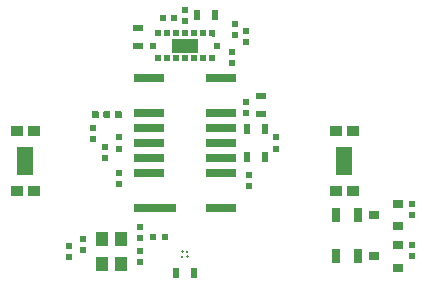
<source format=gbp>
G04 #@! TF.GenerationSoftware,KiCad,Pcbnew,5.1.5+dfsg1-2build2*
G04 #@! TF.CreationDate,2021-12-17T15:29:28+01:00*
G04 #@! TF.ProjectId,teebeutel_thermal_addon,74656562-6575-4746-956c-5f746865726d,rev?*
G04 #@! TF.SameCoordinates,Original*
G04 #@! TF.FileFunction,Paste,Bot*
G04 #@! TF.FilePolarity,Positive*
%FSLAX46Y46*%
G04 Gerber Fmt 4.6, Leading zero omitted, Abs format (unit mm)*
G04 Created by KiCad (PCBNEW 5.1.5+dfsg1-2build2) date 2021-12-17 15:29:28*
%MOMM*%
%LPD*%
G04 APERTURE LIST*
%ADD10R,1.400000X2.400000*%
%ADD11R,1.100000X0.950000*%
%ADD12R,0.700000X1.300000*%
%ADD13R,0.600000X0.500000*%
%ADD14R,0.900000X0.800000*%
%ADD15R,1.100000X1.300000*%
%ADD16R,0.500000X0.500000*%
%ADD17C,0.100000*%
%ADD18R,2.316000X1.200000*%
%ADD19R,2.600000X0.700000*%
%ADD20R,2.640000X0.800000*%
%ADD21R,3.600000X0.800000*%
%ADD22C,0.130000*%
%ADD23C,0.180000*%
%ADD24R,0.500000X0.600000*%
%ADD25R,0.900000X0.600000*%
%ADD26R,0.600000X0.900000*%
G04 APERTURE END LIST*
D10*
X86500000Y-91500000D03*
D11*
X85750000Y-88975000D03*
X87250000Y-94025000D03*
X87250000Y-88975000D03*
X85750000Y-94025000D03*
D10*
X113500000Y-91500000D03*
D11*
X112750000Y-88975000D03*
X114250000Y-94025000D03*
X114250000Y-88975000D03*
X112750000Y-94025000D03*
D12*
X114650000Y-96100000D03*
X112750000Y-96100000D03*
X114650000Y-99600000D03*
X112750000Y-99600000D03*
D13*
X119200000Y-96070000D03*
X119200000Y-95130000D03*
X119200000Y-99570000D03*
X119200000Y-98630000D03*
D14*
X116000000Y-96100000D03*
X118000000Y-97050000D03*
X118000000Y-95150000D03*
X116000000Y-99600000D03*
X118000000Y-100550000D03*
X118000000Y-98650000D03*
D13*
X105200000Y-86530000D03*
X105200000Y-87470000D03*
D15*
X94625000Y-100250000D03*
X94625000Y-98150000D03*
X92975000Y-98150000D03*
X92975000Y-100250000D03*
D16*
X99250000Y-82810000D03*
X97700000Y-80690000D03*
X98450000Y-82810000D03*
X100750000Y-80690000D03*
D17*
G36*
X102550000Y-81050000D02*
G01*
X102310000Y-81050000D01*
X102310000Y-80940000D01*
X102050000Y-80940000D01*
X102050000Y-80440000D01*
X102550000Y-80440000D01*
X102550000Y-81050000D01*
G37*
D16*
X99250000Y-80690000D03*
X102710000Y-81750000D03*
X102300000Y-82810000D03*
X101550000Y-82810000D03*
X100000000Y-80690000D03*
X100000000Y-82810000D03*
X97300000Y-81750000D03*
X101550000Y-80690000D03*
D18*
X100000000Y-81750000D03*
D16*
X97700000Y-82810000D03*
X98450000Y-80690000D03*
X100750000Y-82810000D03*
D19*
X103050000Y-92573000D03*
D20*
X103030000Y-95500000D03*
D19*
X103050000Y-91270000D03*
X103050000Y-90000000D03*
X103050000Y-88730000D03*
X103050000Y-87460000D03*
D20*
X103050000Y-84500000D03*
X96950000Y-84500000D03*
D19*
X96950000Y-87460000D03*
X96950000Y-88730000D03*
X96950000Y-90000000D03*
X96950000Y-91270000D03*
X96950000Y-92540000D03*
D21*
X97450000Y-95500000D03*
D22*
X100125000Y-98125000D03*
X100125000Y-97875000D03*
X99875000Y-97875000D03*
X99875000Y-98125000D03*
D23*
X99801213Y-99598787D02*
X99758787Y-99641213D01*
X100241213Y-99158787D02*
X100198787Y-99201213D01*
X99801213Y-99201213D02*
X99758787Y-99158787D01*
X100241213Y-99641213D02*
X100198787Y-99598787D01*
D13*
X96200000Y-100070000D03*
X96200000Y-99130000D03*
X107700000Y-90470000D03*
X107700000Y-89530000D03*
X94400000Y-89530000D03*
X94400000Y-90470000D03*
X104200000Y-80870000D03*
X104200000Y-79930000D03*
X104000000Y-82330000D03*
X104000000Y-83270000D03*
D24*
X98270000Y-98000000D03*
X97330000Y-98000000D03*
D13*
X93200000Y-91270000D03*
X93200000Y-90330000D03*
X105200000Y-80530000D03*
X105200000Y-81470000D03*
D24*
X98130000Y-79400000D03*
X99070000Y-79400000D03*
D13*
X94400000Y-92530000D03*
X94400000Y-93470000D03*
X92200000Y-88730000D03*
X92200000Y-89670000D03*
X90200000Y-99670000D03*
X90200000Y-98730000D03*
D17*
G36*
X94521958Y-87280710D02*
G01*
X94536276Y-87282834D01*
X94550317Y-87286351D01*
X94563946Y-87291228D01*
X94577031Y-87297417D01*
X94589447Y-87304858D01*
X94601073Y-87313481D01*
X94611798Y-87323202D01*
X94621519Y-87333927D01*
X94630142Y-87345553D01*
X94637583Y-87357969D01*
X94643772Y-87371054D01*
X94648649Y-87384683D01*
X94652166Y-87398724D01*
X94654290Y-87413042D01*
X94655000Y-87427500D01*
X94655000Y-87772500D01*
X94654290Y-87786958D01*
X94652166Y-87801276D01*
X94648649Y-87815317D01*
X94643772Y-87828946D01*
X94637583Y-87842031D01*
X94630142Y-87854447D01*
X94621519Y-87866073D01*
X94611798Y-87876798D01*
X94601073Y-87886519D01*
X94589447Y-87895142D01*
X94577031Y-87902583D01*
X94563946Y-87908772D01*
X94550317Y-87913649D01*
X94536276Y-87917166D01*
X94521958Y-87919290D01*
X94507500Y-87920000D01*
X94212500Y-87920000D01*
X94198042Y-87919290D01*
X94183724Y-87917166D01*
X94169683Y-87913649D01*
X94156054Y-87908772D01*
X94142969Y-87902583D01*
X94130553Y-87895142D01*
X94118927Y-87886519D01*
X94108202Y-87876798D01*
X94098481Y-87866073D01*
X94089858Y-87854447D01*
X94082417Y-87842031D01*
X94076228Y-87828946D01*
X94071351Y-87815317D01*
X94067834Y-87801276D01*
X94065710Y-87786958D01*
X94065000Y-87772500D01*
X94065000Y-87427500D01*
X94065710Y-87413042D01*
X94067834Y-87398724D01*
X94071351Y-87384683D01*
X94076228Y-87371054D01*
X94082417Y-87357969D01*
X94089858Y-87345553D01*
X94098481Y-87333927D01*
X94108202Y-87323202D01*
X94118927Y-87313481D01*
X94130553Y-87304858D01*
X94142969Y-87297417D01*
X94156054Y-87291228D01*
X94169683Y-87286351D01*
X94183724Y-87282834D01*
X94198042Y-87280710D01*
X94212500Y-87280000D01*
X94507500Y-87280000D01*
X94521958Y-87280710D01*
G37*
G36*
X92576958Y-87280710D02*
G01*
X92591276Y-87282834D01*
X92605317Y-87286351D01*
X92618946Y-87291228D01*
X92632031Y-87297417D01*
X92644447Y-87304858D01*
X92656073Y-87313481D01*
X92666798Y-87323202D01*
X92676519Y-87333927D01*
X92685142Y-87345553D01*
X92692583Y-87357969D01*
X92698772Y-87371054D01*
X92703649Y-87384683D01*
X92707166Y-87398724D01*
X92709290Y-87413042D01*
X92710000Y-87427500D01*
X92710000Y-87772500D01*
X92709290Y-87786958D01*
X92707166Y-87801276D01*
X92703649Y-87815317D01*
X92698772Y-87828946D01*
X92692583Y-87842031D01*
X92685142Y-87854447D01*
X92676519Y-87866073D01*
X92666798Y-87876798D01*
X92656073Y-87886519D01*
X92644447Y-87895142D01*
X92632031Y-87902583D01*
X92618946Y-87908772D01*
X92605317Y-87913649D01*
X92591276Y-87917166D01*
X92576958Y-87919290D01*
X92562500Y-87920000D01*
X92267500Y-87920000D01*
X92253042Y-87919290D01*
X92238724Y-87917166D01*
X92224683Y-87913649D01*
X92211054Y-87908772D01*
X92197969Y-87902583D01*
X92185553Y-87895142D01*
X92173927Y-87886519D01*
X92163202Y-87876798D01*
X92153481Y-87866073D01*
X92144858Y-87854447D01*
X92137417Y-87842031D01*
X92131228Y-87828946D01*
X92126351Y-87815317D01*
X92122834Y-87801276D01*
X92120710Y-87786958D01*
X92120000Y-87772500D01*
X92120000Y-87427500D01*
X92120710Y-87413042D01*
X92122834Y-87398724D01*
X92126351Y-87384683D01*
X92131228Y-87371054D01*
X92137417Y-87357969D01*
X92144858Y-87345553D01*
X92153481Y-87333927D01*
X92163202Y-87323202D01*
X92173927Y-87313481D01*
X92185553Y-87304858D01*
X92197969Y-87297417D01*
X92211054Y-87291228D01*
X92224683Y-87286351D01*
X92238724Y-87282834D01*
X92253042Y-87280710D01*
X92267500Y-87280000D01*
X92562500Y-87280000D01*
X92576958Y-87280710D01*
G37*
G36*
X93546958Y-87280710D02*
G01*
X93561276Y-87282834D01*
X93575317Y-87286351D01*
X93588946Y-87291228D01*
X93602031Y-87297417D01*
X93614447Y-87304858D01*
X93626073Y-87313481D01*
X93636798Y-87323202D01*
X93646519Y-87333927D01*
X93655142Y-87345553D01*
X93662583Y-87357969D01*
X93668772Y-87371054D01*
X93673649Y-87384683D01*
X93677166Y-87398724D01*
X93679290Y-87413042D01*
X93680000Y-87427500D01*
X93680000Y-87772500D01*
X93679290Y-87786958D01*
X93677166Y-87801276D01*
X93673649Y-87815317D01*
X93668772Y-87828946D01*
X93662583Y-87842031D01*
X93655142Y-87854447D01*
X93646519Y-87866073D01*
X93636798Y-87876798D01*
X93626073Y-87886519D01*
X93614447Y-87895142D01*
X93602031Y-87902583D01*
X93588946Y-87908772D01*
X93575317Y-87913649D01*
X93561276Y-87917166D01*
X93546958Y-87919290D01*
X93532500Y-87920000D01*
X93237500Y-87920000D01*
X93223042Y-87919290D01*
X93208724Y-87917166D01*
X93194683Y-87913649D01*
X93181054Y-87908772D01*
X93167969Y-87902583D01*
X93155553Y-87895142D01*
X93143927Y-87886519D01*
X93133202Y-87876798D01*
X93123481Y-87866073D01*
X93114858Y-87854447D01*
X93107417Y-87842031D01*
X93101228Y-87828946D01*
X93096351Y-87815317D01*
X93092834Y-87801276D01*
X93090710Y-87786958D01*
X93090000Y-87772500D01*
X93090000Y-87427500D01*
X93090710Y-87413042D01*
X93092834Y-87398724D01*
X93096351Y-87384683D01*
X93101228Y-87371054D01*
X93107417Y-87357969D01*
X93114858Y-87345553D01*
X93123481Y-87333927D01*
X93133202Y-87323202D01*
X93143927Y-87313481D01*
X93155553Y-87304858D01*
X93167969Y-87297417D01*
X93181054Y-87291228D01*
X93194683Y-87286351D01*
X93208724Y-87282834D01*
X93223042Y-87280710D01*
X93237500Y-87280000D01*
X93532500Y-87280000D01*
X93546958Y-87280710D01*
G37*
D25*
X106400000Y-86050000D03*
X106400000Y-87550000D03*
D26*
X102550000Y-79200000D03*
X101050000Y-79200000D03*
D13*
X105400000Y-93670000D03*
X105400000Y-92730000D03*
X100000000Y-78730000D03*
X100000000Y-79670000D03*
D26*
X106750000Y-91200000D03*
X105250000Y-91200000D03*
D25*
X96000000Y-80250000D03*
X96000000Y-81750000D03*
D26*
X106750000Y-88800000D03*
X105250000Y-88800000D03*
X99250000Y-101000000D03*
X100750000Y-101000000D03*
D13*
X96200000Y-97130000D03*
X96200000Y-98070000D03*
X91400000Y-98130000D03*
X91400000Y-99070000D03*
M02*

</source>
